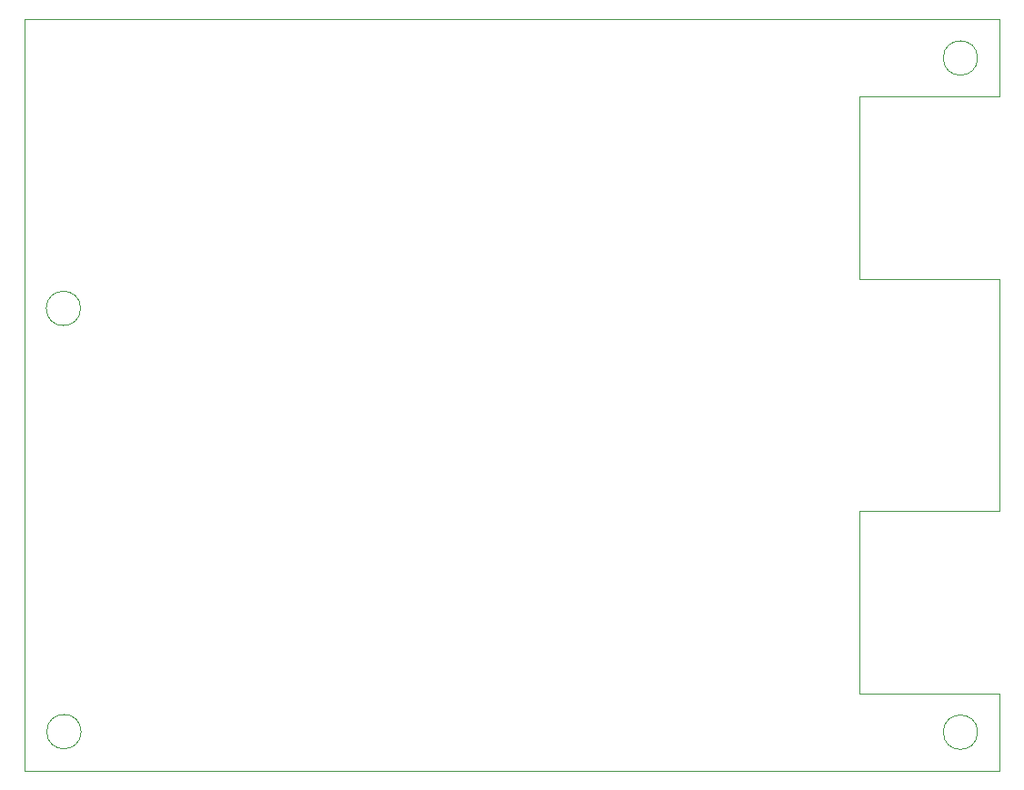
<source format=gm1>
G04 #@! TF.GenerationSoftware,KiCad,Pcbnew,9.0.2*
G04 #@! TF.CreationDate,2025-07-04T19:53:15+12:00*
G04 #@! TF.ProjectId,DuckyDK MTR-1,4475636b-7944-44b2-904d-54522d312e6b,rev?*
G04 #@! TF.SameCoordinates,Original*
G04 #@! TF.FileFunction,Profile,NP*
%FSLAX46Y46*%
G04 Gerber Fmt 4.6, Leading zero omitted, Abs format (unit mm)*
G04 Created by KiCad (PCBNEW 9.0.2) date 2025-07-04 19:53:15*
%MOMM*%
%LPD*%
G01*
G04 APERTURE LIST*
G04 #@! TA.AperFunction,Profile*
%ADD10C,0.050000*%
G04 #@! TD*
G04 APERTURE END LIST*
D10*
X48742400Y-96620200D02*
G75*
G02*
X45542400Y-96620200I-1600000J0D01*
G01*
X45542400Y-96620200D02*
G75*
G02*
X48742400Y-96620200I1600000J0D01*
G01*
X132257600Y-136093200D02*
G75*
G02*
X129057600Y-136093200I-1600000J0D01*
G01*
X129057600Y-136093200D02*
G75*
G02*
X132257600Y-136093200I1600000J0D01*
G01*
X132257600Y-73304400D02*
G75*
G02*
X129057600Y-73304400I-1600000J0D01*
G01*
X129057600Y-73304400D02*
G75*
G02*
X132257600Y-73304400I1600000J0D01*
G01*
X48793200Y-136042400D02*
G75*
G02*
X45593200Y-136042400I-1600000J0D01*
G01*
X45593200Y-136042400D02*
G75*
G02*
X48793200Y-136042400I1600000J0D01*
G01*
X134264400Y-76918400D02*
X121289800Y-76918400D01*
X121289800Y-93918400D01*
X134264400Y-93918400D01*
X134264400Y-115479200D01*
X121264400Y-115479200D01*
X121264400Y-132479200D01*
X134264400Y-132479200D01*
X134264400Y-139700000D01*
X43535600Y-139700000D01*
X43535600Y-69697600D01*
X134264400Y-69697600D01*
X134264400Y-76918400D01*
M02*

</source>
